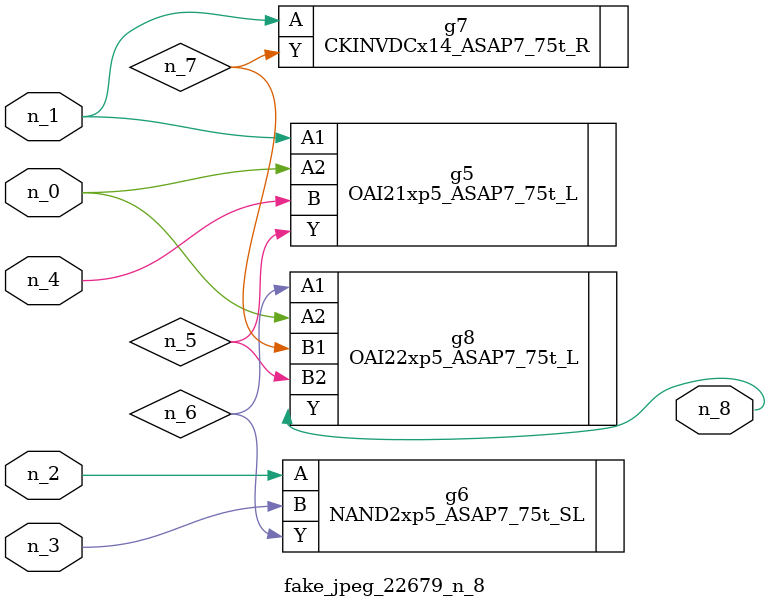
<source format=v>
module fake_jpeg_22679_n_8 (n_3, n_2, n_1, n_0, n_4, n_8);

input n_3;
input n_2;
input n_1;
input n_0;
input n_4;

output n_8;

wire n_6;
wire n_5;
wire n_7;

OAI21xp5_ASAP7_75t_L g5 ( 
.A1(n_1),
.A2(n_0),
.B(n_4),
.Y(n_5)
);

NAND2xp5_ASAP7_75t_SL g6 ( 
.A(n_2),
.B(n_3),
.Y(n_6)
);

CKINVDCx14_ASAP7_75t_R g7 ( 
.A(n_1),
.Y(n_7)
);

OAI22xp5_ASAP7_75t_L g8 ( 
.A1(n_6),
.A2(n_0),
.B1(n_7),
.B2(n_5),
.Y(n_8)
);


endmodule
</source>
